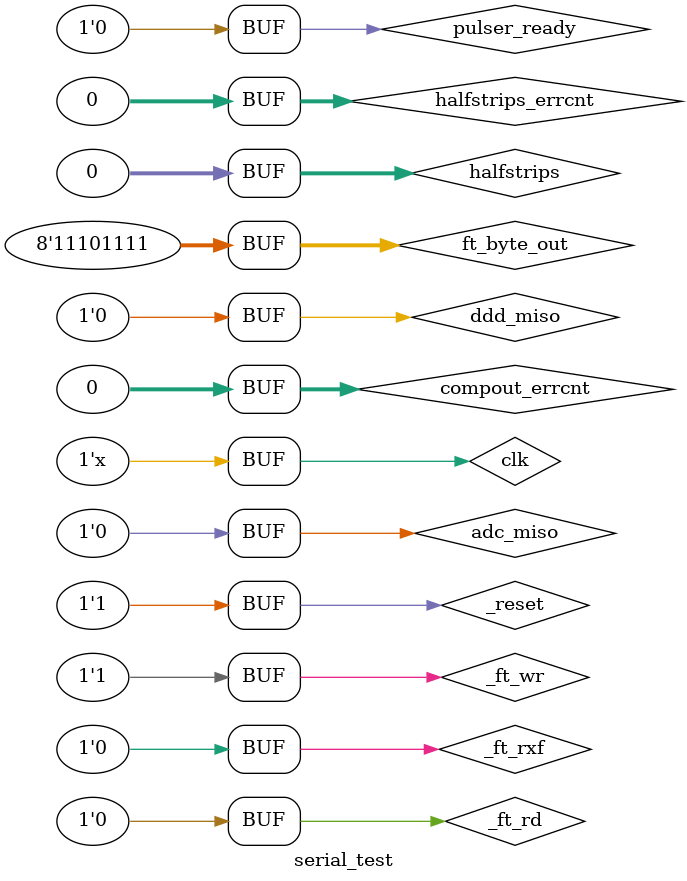
<source format=v>
`timescale 1ns / 1ps


module serial_test;

	// Inputs
	reg adc_miso;
	reg pulser_ready;
	reg [31:0] halfstrips;
	reg [31:0] halfstrips_errcnt;
	reg [31:0] compout_errcnt;
	reg ddd_miso;
	reg _reset;
	reg _ft_rxf;
	reg clk;
	reg _ft_rd;
	reg _ft_wr;
	reg [7:0] ft_byte_out;

	// Outputs
	wire adc_sclk;
	wire _adc_cs;
	wire adc_mosi;
	wire _pdac_en;
	wire pdac_din;
	wire pdac_sclk;
	wire [2:0] bx_delay;
	wire [3:0] pulse_width;
	wire fire_pulse;
	wire [31:0] halfstrips_expect;
	wire halfstrips_errcnt_rst;
	wire compout_expect;
	wire compout_errcnt_rst;
	wire compin_inject;
	wire [2:0] pktime;
	wire [1:0] pkmode;
	wire lctrst;
	wire _cdac_en;
	wire cdac_din;
	wire cdac_sclk;
	wire [15:0] mux_a0;
	wire [15:0] mux_a1;
	wire mux_a0_next;
	wire mux_a1_next;
	wire mux_a0_prev;
	wire mux_a1_prev;
	wire _ddd_al;
	wire ddd_mosi;
	wire ddd_sclk;
	wire _serial_wr;
	wire _serial_rd;
	wire [7:0] ft_byte_in;

	// Instantiate the Unit Under Test (UUT)
	serial uut (
		.adc_sclk(adc_sclk), 
		._adc_cs(_adc_cs), 
		.adc_mosi(adc_mosi), 
		.adc_miso(adc_miso), 
		._pdac_en(_pdac_en), 
		.pdac_din(pdac_din), 
		.pdac_sclk(pdac_sclk), 
		.bx_delay(bx_delay), 
		.pulse_width(pulse_width), 
		.fire_pulse(fire_pulse), 
		.pulser_ready(pulser_ready), 
		.halfstrips(halfstrips), 
		.halfstrips_expect(halfstrips_expect), 
		.halfstrips_errcnt(halfstrips_errcnt), 
		.halfstrips_errcnt_rst(halfstrips_errcnt_rst), 
		.compout_expect(compout_expect), 
		.compout_errcnt(compout_errcnt), 
		.compout_errcnt_rst(compout_errcnt_rst), 
		.compin_inject(compin_inject), 
		.pktime(pktime), 
		.pkmode(pkmode), 
		.lctrst(lctrst), 
		._cdac_en(_cdac_en), 
		.cdac_din(cdac_din), 
		.cdac_sclk(cdac_sclk), 
		.mux_a0(mux_a0), 
		.mux_a1(mux_a1), 
		.mux_a0_next(mux_a0_next), 
		.mux_a1_next(mux_a1_next), 
		.mux_a0_prev(mux_a0_prev), 
		.mux_a1_prev(mux_a1_prev), 
		._ddd_al(_ddd_al), 
		.ddd_mosi(ddd_mosi), 
		.ddd_miso(ddd_miso), 
		.ddd_sclk(ddd_sclk), 
		._reset(_reset), 
		._ft_rxf(_ft_rxf), 
		.clk(clk), 
		._ft_rd(_ft_rd), 
		._ft_wr(_ft_wr), 
		._serial_wr(_serial_wr), 
		._serial_rd(_serial_rd), 
		.ft_byte_out(ft_byte_out), 
		.ft_byte_in(ft_byte_in)
	);

	initial begin
		// Initialize Inputs
		adc_miso = 0;
		pulser_ready = 0;
		halfstrips = 0;
		halfstrips_errcnt = 0;
		compout_errcnt = 0;
		ddd_miso = 1'b0;
		_reset = 1'b1;
		_ft_rxf = 1'b1;
		clk = 1'b1;
		_ft_rd = 1'b1;
		_ft_wr = 1'b1;
		ft_byte_out = 8'b0;
	end

	always 
		#10 clk = ~clk; 
		
	initial begin
		// Wait 100 ns for global reset to finish
		#5     _ft_rd  = 0;
		       _ft_rxf = 0;
		        ft_byte_out = 8'hA0;
		#5      ft_byte_out = 8'hFE;
		#5      ft_byte_out = 8'hED;
		#5      ft_byte_out = 8'hBE;
		#5      ft_byte_out = 8'hEF;
		
        
		// Add stimulus here 
		//always 
		//		#5 clk = !clk; 	
		
	end
      
endmodule


</source>
